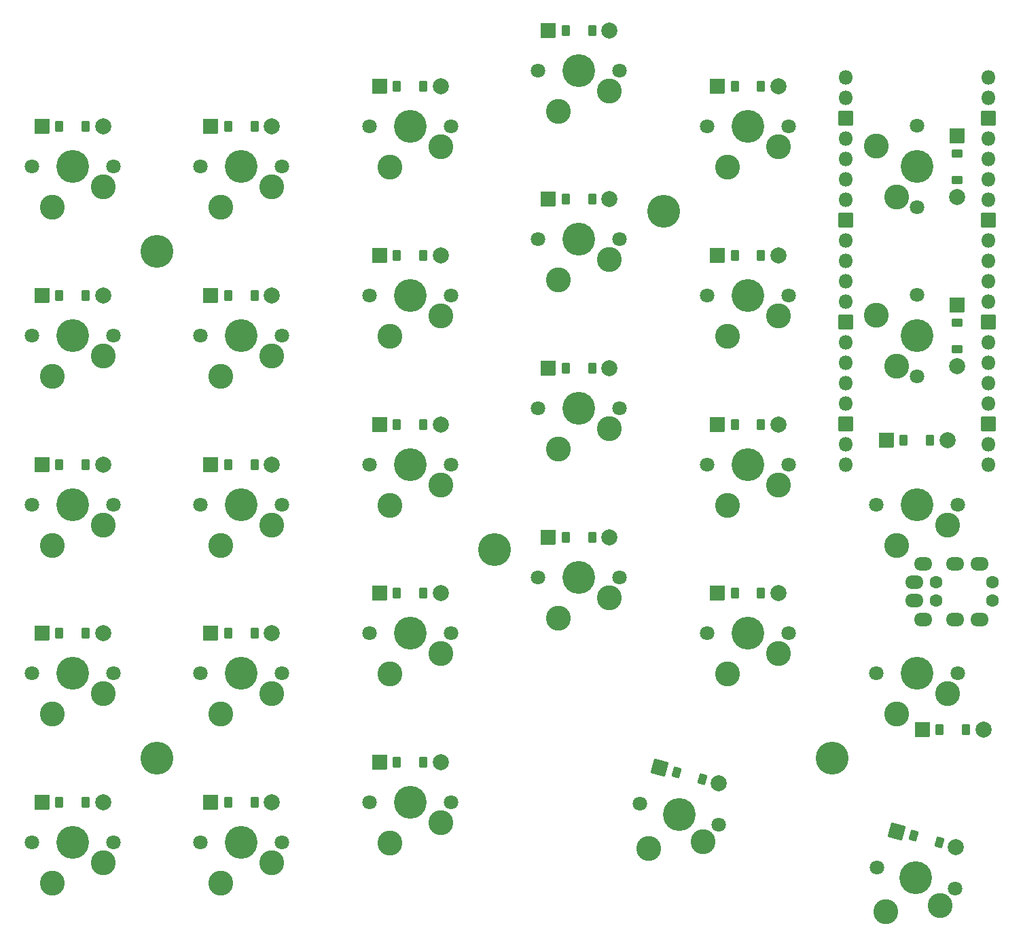
<source format=gbr>
%TF.GenerationSoftware,KiCad,Pcbnew,9.0.3-1.fc42*%
%TF.CreationDate,2025-08-09T15:12:39+02:00*%
%TF.ProjectId,left_traced,6c656674-5f74-4726-9163-65642e6b6963,v1.0.0*%
%TF.SameCoordinates,Original*%
%TF.FileFunction,Soldermask,Top*%
%TF.FilePolarity,Negative*%
%FSLAX46Y46*%
G04 Gerber Fmt 4.6, Leading zero omitted, Abs format (unit mm)*
G04 Created by KiCad (PCBNEW 9.0.3-1.fc42) date 2025-08-09 15:12:39*
%MOMM*%
%LPD*%
G01*
G04 APERTURE LIST*
G04 Aperture macros list*
%AMRoundRect*
0 Rectangle with rounded corners*
0 $1 Rounding radius*
0 $2 $3 $4 $5 $6 $7 $8 $9 X,Y pos of 4 corners*
0 Add a 4 corners polygon primitive as box body*
4,1,4,$2,$3,$4,$5,$6,$7,$8,$9,$2,$3,0*
0 Add four circle primitives for the rounded corners*
1,1,$1+$1,$2,$3*
1,1,$1+$1,$4,$5*
1,1,$1+$1,$6,$7*
1,1,$1+$1,$8,$9*
0 Add four rect primitives between the rounded corners*
20,1,$1+$1,$2,$3,$4,$5,0*
20,1,$1+$1,$4,$5,$6,$7,0*
20,1,$1+$1,$6,$7,$8,$9,0*
20,1,$1+$1,$8,$9,$2,$3,0*%
G04 Aperture macros list end*
%ADD10C,1.801800*%
%ADD11C,3.100000*%
%ADD12C,4.087800*%
%ADD13RoundRect,0.050000X-0.889000X-0.889000X0.889000X-0.889000X0.889000X0.889000X-0.889000X0.889000X0*%
%ADD14RoundRect,0.050000X-0.450000X-0.600000X0.450000X-0.600000X0.450000X0.600000X-0.450000X0.600000X0*%
%ADD15C,2.005000*%
%ADD16RoundRect,0.050000X-1.088798X-0.628618X0.628618X-1.088798X1.088798X0.628618X-0.628618X1.088798X0*%
%ADD17RoundRect,0.050000X-0.589958X-0.463087X0.279375X-0.696024X0.589958X0.463087X-0.279375X0.696024X0*%
%ADD18C,4.100000*%
%ADD19C,1.600000*%
%ADD20O,2.300000X1.700000*%
%ADD21RoundRect,0.050000X-0.889000X0.889000X-0.889000X-0.889000X0.889000X-0.889000X0.889000X0.889000X0*%
%ADD22RoundRect,0.050000X-0.600000X0.450000X-0.600000X-0.450000X0.600000X-0.450000X0.600000X0.450000X0*%
%ADD23O,1.800000X1.800000*%
%ADD24RoundRect,0.050000X-0.850000X-0.850000X0.850000X-0.850000X0.850000X0.850000X-0.850000X0.850000X0*%
G04 APERTURE END LIST*
D10*
%TO.C,S24*%
X102430000Y-136850000D03*
D11*
X101160000Y-139390000D03*
D12*
X97350000Y-136850000D03*
D11*
X94810000Y-141930000D03*
D10*
X92270000Y-136850000D03*
%TD*%
D13*
%TO.C,D22*%
X93540000Y-131850000D03*
D14*
X95700000Y-131850000D03*
X99000000Y-131850000D03*
D15*
X101160000Y-131850000D03*
%TD*%
D13*
%TO.C,D8*%
X156690000Y-98800000D03*
D14*
X158850000Y-98800000D03*
X162150000Y-98800000D03*
D15*
X164310000Y-98800000D03*
%TD*%
D10*
%TO.C,S18*%
X123480000Y-157900000D03*
D11*
X122210000Y-160440000D03*
D12*
X118400000Y-157900000D03*
D11*
X115860000Y-162980000D03*
D10*
X113320000Y-157900000D03*
%TD*%
D13*
%TO.C,D18*%
X114590000Y-110800000D03*
D14*
X116750000Y-110800000D03*
X120050000Y-110800000D03*
D15*
X122210000Y-110800000D03*
%TD*%
D13*
%TO.C,D10*%
X135640000Y-168950000D03*
D14*
X137800000Y-168950000D03*
X141100000Y-168950000D03*
D15*
X143260000Y-168950000D03*
%TD*%
D16*
%TO.C,D25*%
X170585736Y-190700877D03*
D17*
X172672135Y-191259929D03*
X175859691Y-192114029D03*
D15*
X177946090Y-192673081D03*
%TD*%
D18*
%TO.C,*%
X107875000Y-189475000D03*
%TD*%
D13*
%TO.C,D12*%
X135640000Y-126850000D03*
D14*
X137800000Y-126850000D03*
X141100000Y-126850000D03*
D15*
X143260000Y-126850000D03*
%TD*%
D13*
%TO.C,D14*%
X114590000Y-195000000D03*
D14*
X116750000Y-195000000D03*
X120050000Y-195000000D03*
D15*
X122210000Y-195000000D03*
%TD*%
D10*
%TO.C,S1*%
X207680000Y-178950000D03*
D11*
X206410000Y-181490000D03*
D12*
X202600000Y-178950000D03*
D11*
X200060000Y-184030000D03*
D10*
X197520000Y-178950000D03*
%TD*%
D13*
%TO.C,D6*%
X156690000Y-140900000D03*
D14*
X158850000Y-140900000D03*
X162150000Y-140900000D03*
D15*
X164310000Y-140900000D03*
%TD*%
D13*
%TO.C,D19*%
X93540000Y-195000000D03*
D14*
X95700000Y-195000000D03*
X99000000Y-195000000D03*
D15*
X101160000Y-195000000D03*
%TD*%
D13*
%TO.C,D16*%
X114590000Y-152900000D03*
D14*
X116750000Y-152900000D03*
X120050000Y-152900000D03*
D15*
X122210000Y-152900000D03*
%TD*%
D13*
%TO.C,D20*%
X93540000Y-173950000D03*
D14*
X95700000Y-173950000D03*
X99000000Y-173950000D03*
D15*
X101160000Y-173950000D03*
%TD*%
D16*
%TO.C,D24*%
X200118918Y-198614269D03*
D17*
X202205317Y-199173321D03*
X205392873Y-200027421D03*
D15*
X207479272Y-200586473D03*
%TD*%
D10*
%TO.C,S9*%
X165580000Y-124850000D03*
D11*
X164310000Y-127390000D03*
D12*
X160500000Y-124850000D03*
D11*
X157960000Y-129930000D03*
D10*
X155420000Y-124850000D03*
%TD*%
%TO.C,S17*%
X123480000Y-178950000D03*
D11*
X122210000Y-181490000D03*
D12*
X118400000Y-178950000D03*
D11*
X115860000Y-184030000D03*
D10*
X113320000Y-178950000D03*
%TD*%
D13*
%TO.C,D29*%
X203290000Y-185950000D03*
D14*
X205450000Y-185950000D03*
X208750000Y-185950000D03*
D15*
X210910000Y-185950000D03*
%TD*%
D10*
%TO.C,S4*%
X186630000Y-152900000D03*
D11*
X185360000Y-155440000D03*
D12*
X181550000Y-152900000D03*
D11*
X179010000Y-157980000D03*
D10*
X176470000Y-152900000D03*
%TD*%
%TO.C,S3*%
X186630000Y-173950000D03*
D11*
X185360000Y-176490000D03*
D12*
X181550000Y-173950000D03*
D11*
X179010000Y-179030000D03*
D10*
X176470000Y-173950000D03*
%TD*%
D13*
%TO.C,D21*%
X93540000Y-152900000D03*
D14*
X95700000Y-152900000D03*
X99000000Y-152900000D03*
D15*
X101160000Y-152900000D03*
%TD*%
D19*
%TO.C,TRRS1*%
X212000000Y-167600000D03*
X205000000Y-167600000D03*
X212000000Y-169900000D03*
X205000000Y-169900000D03*
D20*
X202300000Y-167600000D03*
X202300000Y-169900000D03*
X203400000Y-165300000D03*
X203400000Y-172200000D03*
X207400000Y-165300000D03*
X207400000Y-172200000D03*
X210400000Y-165300000D03*
X210400000Y-172200000D03*
%TD*%
D13*
%TO.C,D28*%
X198790000Y-149900000D03*
D14*
X200950000Y-149900000D03*
X204250000Y-149900000D03*
D15*
X206410000Y-149900000D03*
%TD*%
D13*
%TO.C,D3*%
X177740000Y-126850000D03*
D14*
X179900000Y-126850000D03*
X183200000Y-126850000D03*
D15*
X185360000Y-126850000D03*
%TD*%
D10*
%TO.C,S15*%
X144530000Y-110800000D03*
D11*
X143260000Y-113340000D03*
D12*
X139450000Y-110800000D03*
D11*
X136910000Y-115880000D03*
D10*
X134370000Y-110800000D03*
%TD*%
%TO.C,S11*%
X144530000Y-195000000D03*
D11*
X143260000Y-197540000D03*
D12*
X139450000Y-195000000D03*
D11*
X136910000Y-200080000D03*
D10*
X134370000Y-195000000D03*
%TD*%
D13*
%TO.C,D11*%
X135640000Y-147900000D03*
D14*
X137800000Y-147900000D03*
X141100000Y-147900000D03*
D15*
X143260000Y-147900000D03*
%TD*%
D10*
%TO.C,S22*%
X102430000Y-178950000D03*
D11*
X101160000Y-181490000D03*
D12*
X97350000Y-178950000D03*
D11*
X94810000Y-184030000D03*
D10*
X92270000Y-178950000D03*
%TD*%
D21*
%TO.C,D26*%
X207600000Y-133040000D03*
D22*
X207600000Y-135200000D03*
X207600000Y-138500000D03*
D15*
X207600000Y-140660000D03*
%TD*%
D13*
%TO.C,D15*%
X114590000Y-173950000D03*
D14*
X116750000Y-173950000D03*
X120050000Y-173950000D03*
D15*
X122210000Y-173950000D03*
%TD*%
D10*
%TO.C,S12*%
X144530000Y-173950000D03*
D11*
X143260000Y-176490000D03*
D12*
X139450000Y-173950000D03*
D11*
X136910000Y-179030000D03*
D10*
X134370000Y-173950000D03*
%TD*%
D18*
%TO.C,*%
X192075000Y-189475000D03*
%TD*%
D13*
%TO.C,D13*%
X135640000Y-105800000D03*
D14*
X137800000Y-105800000D03*
X141100000Y-105800000D03*
D15*
X143260000Y-105800000D03*
%TD*%
D10*
%TO.C,S29*%
X202600000Y-120880000D03*
D11*
X200060000Y-119610000D03*
D12*
X202600000Y-115800000D03*
D11*
X197520000Y-113260000D03*
D10*
X202600000Y-110720000D03*
%TD*%
%TO.C,S21*%
X102430000Y-200000000D03*
D11*
X101160000Y-202540000D03*
D12*
X97350000Y-200000000D03*
D11*
X94810000Y-205080000D03*
D10*
X92270000Y-200000000D03*
%TD*%
%TO.C,S14*%
X144530000Y-131850000D03*
D11*
X143260000Y-134390000D03*
D12*
X139450000Y-131850000D03*
D11*
X136910000Y-136930000D03*
D10*
X134370000Y-131850000D03*
%TD*%
%TO.C,S16*%
X123480000Y-200000000D03*
D11*
X122210000Y-202540000D03*
D12*
X118400000Y-200000000D03*
D11*
X115860000Y-205080000D03*
D10*
X113320000Y-200000000D03*
%TD*%
%TO.C,S25*%
X102430000Y-115800000D03*
D11*
X101160000Y-118340000D03*
D12*
X97350000Y-115800000D03*
D11*
X94810000Y-120880000D03*
D10*
X92270000Y-115800000D03*
%TD*%
%TO.C,S8*%
X165580000Y-145900000D03*
D11*
X164310000Y-148440000D03*
D12*
X160500000Y-145900000D03*
D11*
X157960000Y-150980000D03*
D10*
X155420000Y-145900000D03*
%TD*%
D13*
%TO.C,D9*%
X135640000Y-190000000D03*
D14*
X137800000Y-190000000D03*
X141100000Y-190000000D03*
D15*
X143260000Y-190000000D03*
%TD*%
D13*
%TO.C,D17*%
X114590000Y-131850000D03*
D14*
X116750000Y-131850000D03*
X120050000Y-131850000D03*
D15*
X122210000Y-131850000D03*
%TD*%
D10*
%TO.C,S2*%
X207680000Y-157900000D03*
D11*
X206410000Y-160440000D03*
D12*
X202600000Y-157900000D03*
D11*
X200060000Y-162980000D03*
D10*
X197520000Y-157900000D03*
%TD*%
D13*
%TO.C,D2*%
X177740000Y-147900000D03*
D14*
X179900000Y-147900000D03*
X183200000Y-147900000D03*
D15*
X185360000Y-147900000D03*
%TD*%
D10*
%TO.C,S5*%
X186630000Y-131850000D03*
D11*
X185360000Y-134390000D03*
D12*
X181550000Y-131850000D03*
D11*
X179010000Y-136930000D03*
D10*
X176470000Y-131850000D03*
%TD*%
%TO.C,S27*%
X177878721Y-197831409D03*
D11*
X175994595Y-199956160D03*
D12*
X172971818Y-196516608D03*
D11*
X169203566Y-200766111D03*
D10*
X168064915Y-195201807D03*
%TD*%
D18*
%TO.C,*%
X150000000Y-163500000D03*
%TD*%
D10*
%TO.C,S23*%
X102430000Y-157900000D03*
D11*
X101160000Y-160440000D03*
D12*
X97350000Y-157900000D03*
D11*
X94810000Y-162980000D03*
D10*
X92270000Y-157900000D03*
%TD*%
D13*
%TO.C,D4*%
X177740000Y-105800000D03*
D14*
X179900000Y-105800000D03*
X183200000Y-105800000D03*
D15*
X185360000Y-105800000D03*
%TD*%
D10*
%TO.C,S19*%
X123480000Y-136850000D03*
D11*
X122210000Y-139390000D03*
D12*
X118400000Y-136850000D03*
D11*
X115860000Y-141930000D03*
D10*
X113320000Y-136850000D03*
%TD*%
D23*
%TO.C,_1*%
X211490000Y-104670000D03*
X211490000Y-107210000D03*
D24*
X211490000Y-109750000D03*
D23*
X211490000Y-112290000D03*
X211490000Y-114830000D03*
X211490000Y-117370000D03*
X211490000Y-119910000D03*
D24*
X211490000Y-122450000D03*
D23*
X211490000Y-124990000D03*
X211490000Y-127530000D03*
X211490000Y-130070000D03*
X211490000Y-132610000D03*
D24*
X211490000Y-135150000D03*
D23*
X211490000Y-137690000D03*
X211490000Y-140230000D03*
X211490000Y-142770000D03*
X211490000Y-145310000D03*
D24*
X211490000Y-147850000D03*
D23*
X211490000Y-150390000D03*
X211490000Y-152930000D03*
X193710000Y-152930000D03*
X193710000Y-150390000D03*
D24*
X193710000Y-147850000D03*
D23*
X193710000Y-145310000D03*
X193710000Y-142770000D03*
X193710000Y-140230000D03*
X193710000Y-137690000D03*
D24*
X193710000Y-135150000D03*
D23*
X193710000Y-132610000D03*
X193710000Y-130070000D03*
X193710000Y-127530000D03*
X193710000Y-124990000D03*
D24*
X193710000Y-122450000D03*
D23*
X193710000Y-119910000D03*
X193710000Y-117370000D03*
X193710000Y-114830000D03*
X193710000Y-112290000D03*
D24*
X193710000Y-109750000D03*
D23*
X193710000Y-107210000D03*
X193710000Y-104670000D03*
%TD*%
D21*
%TO.C,D27*%
X207600000Y-111990000D03*
D22*
X207600000Y-114150000D03*
X207600000Y-117450000D03*
D15*
X207600000Y-119610000D03*
%TD*%
D10*
%TO.C,S6*%
X186630000Y-110800000D03*
D11*
X185360000Y-113340000D03*
D12*
X181550000Y-110800000D03*
D11*
X179010000Y-115880000D03*
D10*
X176470000Y-110800000D03*
%TD*%
D13*
%TO.C,D7*%
X156690000Y-119850000D03*
D14*
X158850000Y-119850000D03*
X162150000Y-119850000D03*
D15*
X164310000Y-119850000D03*
%TD*%
D10*
%TO.C,S28*%
X202600000Y-141930000D03*
D11*
X200060000Y-140660000D03*
D12*
X202600000Y-136850000D03*
D11*
X197520000Y-134310000D03*
D10*
X202600000Y-131770000D03*
%TD*%
D18*
%TO.C,*%
X107875000Y-126325000D03*
%TD*%
D10*
%TO.C,S10*%
X165580000Y-103800000D03*
D11*
X164310000Y-106340000D03*
D12*
X160500000Y-103800000D03*
D11*
X157960000Y-108880000D03*
D10*
X155420000Y-103800000D03*
%TD*%
%TO.C,S20*%
X123480000Y-115800000D03*
D11*
X122210000Y-118340000D03*
D12*
X118400000Y-115800000D03*
D11*
X115860000Y-120880000D03*
D10*
X113320000Y-115800000D03*
%TD*%
D13*
%TO.C,D5*%
X156690000Y-161950000D03*
D14*
X158850000Y-161950000D03*
X162150000Y-161950000D03*
D15*
X164310000Y-161950000D03*
%TD*%
D10*
%TO.C,S13*%
X144530000Y-152900000D03*
D11*
X143260000Y-155440000D03*
D12*
X139450000Y-152900000D03*
D11*
X136910000Y-157980000D03*
D10*
X134370000Y-152900000D03*
%TD*%
%TO.C,S7*%
X165580000Y-166950000D03*
D11*
X164310000Y-169490000D03*
D12*
X160500000Y-166950000D03*
D11*
X157960000Y-172030000D03*
D10*
X155420000Y-166950000D03*
%TD*%
D13*
%TO.C,D23*%
X93540000Y-110800000D03*
D14*
X95700000Y-110800000D03*
X99000000Y-110800000D03*
D15*
X101160000Y-110800000D03*
%TD*%
D13*
%TO.C,D1*%
X177740000Y-168950000D03*
D14*
X179900000Y-168950000D03*
X183200000Y-168950000D03*
D15*
X185360000Y-168950000D03*
%TD*%
D18*
%TO.C,*%
X171025000Y-121325000D03*
%TD*%
D10*
%TO.C,S26*%
X207411903Y-205744801D03*
D11*
X205527777Y-207869552D03*
D12*
X202505000Y-204430000D03*
D11*
X198736748Y-208679503D03*
D10*
X197598097Y-203115199D03*
%TD*%
M02*

</source>
